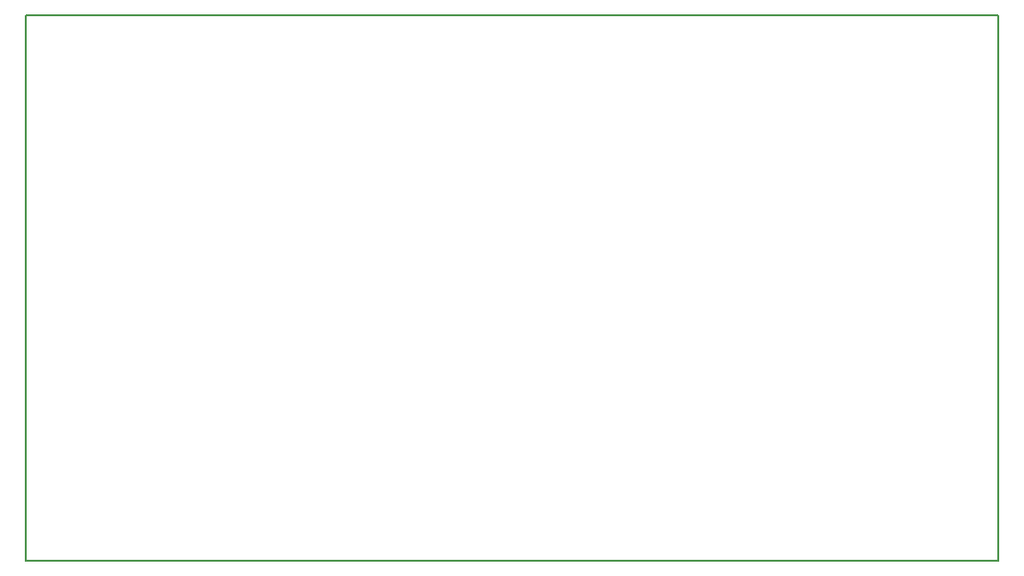
<source format=gm1>
%TF.GenerationSoftware,KiCad,Pcbnew,(6.0.4)*%
%TF.CreationDate,2022-05-09T12:24:25+01:00*%
%TF.ProjectId,light_remote_controller,6c696768-745f-4726-956d-6f74655f636f,v0.1*%
%TF.SameCoordinates,Original*%
%TF.FileFunction,Profile,NP*%
%FSLAX46Y46*%
G04 Gerber Fmt 4.6, Leading zero omitted, Abs format (unit mm)*
G04 Created by KiCad (PCBNEW (6.0.4)) date 2022-05-09 12:24:25*
%MOMM*%
%LPD*%
G01*
G04 APERTURE LIST*
%TA.AperFunction,Profile*%
%ADD10C,0.200000*%
%TD*%
G04 APERTURE END LIST*
D10*
X173700000Y-88000000D02*
X260000000Y-88000000D01*
X173700000Y-39500000D02*
X260000000Y-39500000D01*
X260000000Y-88000000D02*
X260000000Y-39500000D01*
X173700000Y-39500000D02*
X173700000Y-88000000D01*
M02*

</source>
